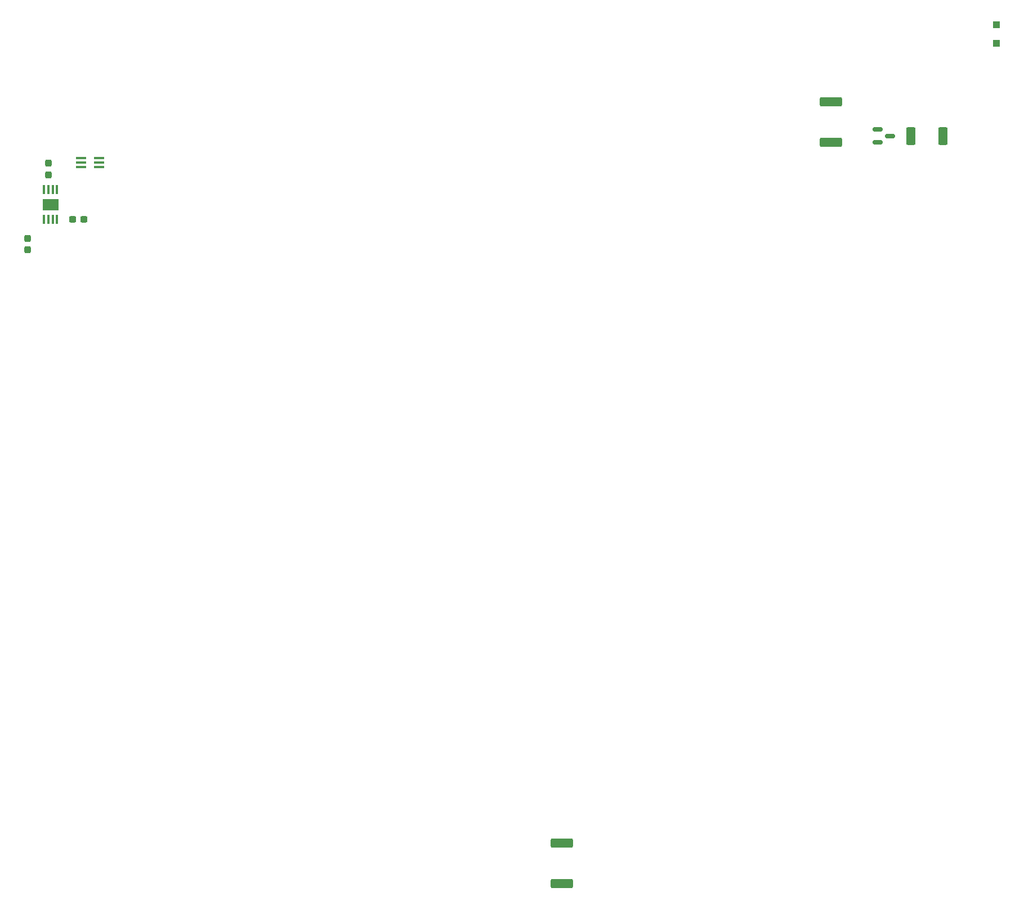
<source format=gtp>
G04 #@! TF.GenerationSoftware,KiCad,Pcbnew,(6.0.1)*
G04 #@! TF.CreationDate,2022-04-19T13:09:52-07:00*
G04 #@! TF.ProjectId,Motherboard,4d6f7468-6572-4626-9f61-72642e6b6963,rev?*
G04 #@! TF.SameCoordinates,Original*
G04 #@! TF.FileFunction,Paste,Top*
G04 #@! TF.FilePolarity,Positive*
%FSLAX46Y46*%
G04 Gerber Fmt 4.6, Leading zero omitted, Abs format (unit mm)*
G04 Created by KiCad (PCBNEW (6.0.1)) date 2022-04-19 13:09:52*
%MOMM*%
%LPD*%
G01*
G04 APERTURE LIST*
G04 Aperture macros list*
%AMRoundRect*
0 Rectangle with rounded corners*
0 $1 Rounding radius*
0 $2 $3 $4 $5 $6 $7 $8 $9 X,Y pos of 4 corners*
0 Add a 4 corners polygon primitive as box body*
4,1,4,$2,$3,$4,$5,$6,$7,$8,$9,$2,$3,0*
0 Add four circle primitives for the rounded corners*
1,1,$1+$1,$2,$3*
1,1,$1+$1,$4,$5*
1,1,$1+$1,$6,$7*
1,1,$1+$1,$8,$9*
0 Add four rect primitives between the rounded corners*
20,1,$1+$1,$2,$3,$4,$5,0*
20,1,$1+$1,$4,$5,$6,$7,0*
20,1,$1+$1,$6,$7,$8,$9,0*
20,1,$1+$1,$8,$9,$2,$3,0*%
G04 Aperture macros list end*
%ADD10RoundRect,0.237500X-0.300000X-0.237500X0.300000X-0.237500X0.300000X0.237500X-0.300000X0.237500X0*%
%ADD11RoundRect,0.237500X-0.237500X0.300000X-0.237500X-0.300000X0.237500X-0.300000X0.237500X0.300000X0*%
%ADD12RoundRect,0.249999X-1.425001X0.450001X-1.425001X-0.450001X1.425001X-0.450001X1.425001X0.450001X0*%
%ADD13R,1.100000X1.100000*%
%ADD14RoundRect,0.249999X0.450001X1.075001X-0.450001X1.075001X-0.450001X-1.075001X0.450001X-1.075001X0*%
%ADD15R,0.431800X1.346200*%
%ADD16R,2.413000X1.778000*%
%ADD17R,1.500000X0.400000*%
%ADD18RoundRect,0.150000X-0.587500X-0.150000X0.587500X-0.150000X0.587500X0.150000X-0.587500X0.150000X0*%
G04 APERTURE END LIST*
D10*
X143937500Y-96663454D03*
X145662500Y-96663454D03*
D11*
X140300000Y-88237500D03*
X140300000Y-89962500D03*
D12*
X258000000Y-78950000D03*
X258000000Y-85050000D03*
D11*
X137200000Y-99537500D03*
X137200000Y-101262500D03*
D12*
X217570000Y-190570000D03*
X217570000Y-196670000D03*
D13*
X282900000Y-70200000D03*
X282900000Y-67400000D03*
D14*
X274850000Y-84100000D03*
X270050000Y-84100000D03*
D15*
X141622860Y-92214050D03*
X140972620Y-92214050D03*
X140322380Y-92214050D03*
X139672140Y-92214050D03*
X139672140Y-96659050D03*
X140322380Y-96659050D03*
X140972620Y-96659050D03*
X141622860Y-96659050D03*
D16*
X140647500Y-94436550D03*
D17*
X147930000Y-88750000D03*
X147930000Y-88100000D03*
X147930000Y-87450000D03*
X145270000Y-87450000D03*
X145270000Y-88100000D03*
X145270000Y-88750000D03*
D18*
X265062500Y-83150000D03*
X265062500Y-85050000D03*
X266937500Y-84100000D03*
M02*

</source>
